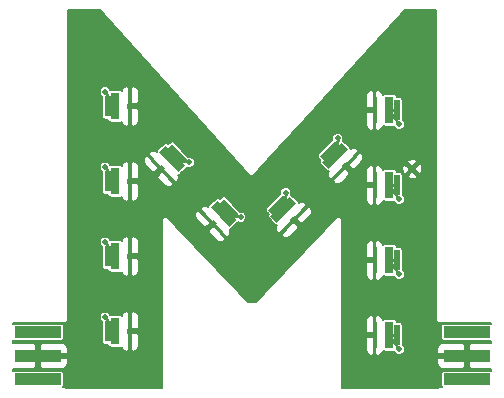
<source format=gtl>
G04 #@! TF.FileFunction,Copper,L1,Top,Signal*
%FSLAX46Y46*%
G04 Gerber Fmt 4.6, Leading zero omitted, Abs format (unit mm)*
G04 Created by KiCad (PCBNEW 4.0.0-rc2-stable) date 3/3/2016 3:46:00 PM*
%MOMM*%
G01*
G04 APERTURE LIST*
%ADD10C,0.150000*%
%ADD11C,0.500000*%
%ADD12R,0.500000X1.800000*%
%ADD13R,0.320000X2.300000*%
%ADD14R,0.800000X2.300000*%
%ADD15R,4.000000X1.000000*%
%ADD16C,0.600000*%
%ADD17C,0.254000*%
%ADD18C,0.152400*%
G04 APERTURE END LIST*
D10*
G36*
X68521966Y-35854334D02*
X69766660Y-34554050D01*
X70127850Y-34899798D01*
X68883156Y-36200082D01*
X68521966Y-35854334D01*
X68521966Y-35854334D01*
G37*
G36*
X69786629Y-37411007D02*
X71377070Y-35749532D01*
X71608231Y-35970811D01*
X70017790Y-37632286D01*
X69786629Y-37411007D01*
X69786629Y-37411007D01*
G37*
G36*
X68710282Y-36380678D02*
X70300724Y-34719203D01*
X70878628Y-35272400D01*
X69288186Y-36933875D01*
X68710282Y-36380678D01*
X68710282Y-36380678D01*
G37*
D11*
X70010227Y-34371911D03*
D10*
G36*
X72913206Y-31266983D02*
X74157900Y-29966699D01*
X74519090Y-30312447D01*
X73274396Y-31612731D01*
X72913206Y-31266983D01*
X72913206Y-31266983D01*
G37*
G36*
X74177869Y-32823656D02*
X75768310Y-31162181D01*
X75999471Y-31383460D01*
X74409030Y-33044935D01*
X74177869Y-32823656D01*
X74177869Y-32823656D01*
G37*
G36*
X73101522Y-31793327D02*
X74691964Y-30131852D01*
X75269868Y-30685049D01*
X73679426Y-32346524D01*
X73101522Y-31793327D01*
X73101522Y-31793327D01*
G37*
D11*
X74401467Y-29784560D03*
D12*
X79426390Y-27400429D03*
D13*
X77526390Y-27400429D03*
D14*
X78776390Y-27400429D03*
D11*
X79626390Y-28600429D03*
D12*
X79426390Y-33751694D03*
D13*
X77526390Y-33751694D03*
D14*
X78776390Y-33751694D03*
D11*
X79626390Y-34951694D03*
D12*
X79426390Y-40102962D03*
D13*
X77526390Y-40102962D03*
D14*
X78776390Y-40102962D03*
D11*
X79626390Y-41302962D03*
D12*
X79426390Y-46454224D03*
D13*
X77526390Y-46454224D03*
D14*
X78776390Y-46454224D03*
D11*
X79626390Y-47654224D03*
D12*
X54927785Y-46119957D03*
D13*
X56827785Y-46119957D03*
D14*
X55577785Y-46119957D03*
D11*
X54727785Y-44919957D03*
D12*
X54927785Y-39768703D03*
D13*
X56827785Y-39768703D03*
D14*
X55577785Y-39768703D03*
D11*
X54727785Y-38568703D03*
D12*
X54927785Y-33417458D03*
D13*
X56827785Y-33417458D03*
D14*
X55577785Y-33417458D03*
D11*
X54727785Y-32217458D03*
D12*
X54927785Y-27066206D03*
D13*
X56827785Y-27066206D03*
D14*
X55577785Y-27066206D03*
D11*
X54727785Y-25866206D03*
D10*
G36*
X60412667Y-30256711D02*
X61646816Y-31567008D01*
X61282845Y-31909827D01*
X60048696Y-30599530D01*
X60412667Y-30256711D01*
X60412667Y-30256711D01*
G37*
G36*
X58792653Y-31439146D02*
X60369621Y-33113414D01*
X60136679Y-33332818D01*
X58559711Y-31658550D01*
X58792653Y-31439146D01*
X58792653Y-31439146D01*
G37*
G36*
X59877287Y-30417545D02*
X61454255Y-32091812D01*
X60871901Y-32640323D01*
X59294933Y-30966056D01*
X59877287Y-30417545D01*
X59877287Y-30417545D01*
G37*
D11*
X61816111Y-31819673D03*
D10*
G36*
X64777493Y-34890851D02*
X66011642Y-36201148D01*
X65647671Y-36543967D01*
X64413522Y-35233670D01*
X64777493Y-34890851D01*
X64777493Y-34890851D01*
G37*
G36*
X63157479Y-36073286D02*
X64734447Y-37747554D01*
X64501505Y-37966958D01*
X62924537Y-36292690D01*
X63157479Y-36073286D01*
X63157479Y-36073286D01*
G37*
G36*
X64242113Y-35051685D02*
X65819081Y-36725952D01*
X65236727Y-37274463D01*
X63659759Y-35600196D01*
X64242113Y-35051685D01*
X64242113Y-35051685D01*
G37*
D11*
X66180937Y-36453813D03*
D15*
X49020844Y-46192207D03*
X49020844Y-48192207D03*
X49020844Y-50192207D03*
D16*
X50020844Y-46192207D03*
X50020844Y-48192207D03*
X50020844Y-50192207D03*
D15*
X85363190Y-50192207D03*
X85363190Y-48192207D03*
X85363190Y-46192207D03*
D16*
X84363190Y-50192207D03*
X84363190Y-48192207D03*
X84363190Y-46192207D03*
D11*
X80730253Y-32389042D03*
D17*
X69320000Y-35380000D02*
X69790000Y-35830000D01*
X69320000Y-35380000D02*
X69790000Y-35830000D01*
X69320000Y-35380000D02*
X69790000Y-35830000D01*
X69320000Y-35380000D02*
X69790000Y-35830000D01*
X69320000Y-35380000D02*
X69790000Y-35830000D01*
X69320000Y-35380000D02*
X69790000Y-35830000D01*
X69320000Y-35380000D02*
X69790000Y-35830000D01*
X69320000Y-35380000D02*
X69790000Y-35830000D01*
X69320000Y-35380000D02*
X69790000Y-35830000D01*
X69790000Y-35830000D02*
X70010000Y-34370000D01*
X69790000Y-35830000D02*
X70010000Y-34370000D01*
X69790000Y-35830000D02*
X70010000Y-34370000D01*
X69790000Y-35830000D02*
X70010000Y-34370000D01*
X69790000Y-35830000D02*
X70010000Y-34370000D01*
X69790000Y-35830000D02*
X70010000Y-34370000D01*
X69790000Y-35830000D02*
X70010000Y-34370000D01*
X69790000Y-35830000D02*
X70010000Y-34370000D01*
X69790000Y-35830000D02*
X70010000Y-34370000D01*
X73720000Y-30790000D02*
X74190000Y-31240000D01*
X73720000Y-30790000D02*
X74190000Y-31240000D01*
X73720000Y-30790000D02*
X74190000Y-31240000D01*
X73720000Y-30790000D02*
X74190000Y-31240000D01*
X73720000Y-30790000D02*
X74190000Y-31240000D01*
X73720000Y-30790000D02*
X74190000Y-31240000D01*
X73720000Y-30790000D02*
X74190000Y-31240000D01*
X73720000Y-30790000D02*
X74190000Y-31240000D01*
X73720000Y-30790000D02*
X74190000Y-31240000D01*
X74190000Y-31240000D02*
X74400000Y-29780000D01*
X74190000Y-31240000D02*
X74400000Y-29780000D01*
X74190000Y-31240000D02*
X74400000Y-29780000D01*
X74190000Y-31240000D02*
X74400000Y-29780000D01*
X74190000Y-31240000D02*
X74400000Y-29780000D01*
X74190000Y-31240000D02*
X74400000Y-29780000D01*
X74190000Y-31240000D02*
X74400000Y-29780000D01*
X74190000Y-31240000D02*
X74400000Y-29780000D01*
X74190000Y-31240000D02*
X74400000Y-29780000D01*
X79430000Y-27400000D02*
X78780000Y-27400000D01*
X79430000Y-27400000D02*
X78780000Y-27400000D01*
X79430000Y-27400000D02*
X78780000Y-27400000D01*
X79430000Y-27400000D02*
X78780000Y-27400000D01*
X79430000Y-27400000D02*
X78780000Y-27400000D01*
X79430000Y-27400000D02*
X78780000Y-27400000D01*
X79430000Y-27400000D02*
X78780000Y-27400000D01*
X79430000Y-27400000D02*
X78780000Y-27400000D01*
X79430000Y-27400000D02*
X78780000Y-27400000D01*
X78780000Y-27400000D02*
X79630000Y-28600000D01*
X78780000Y-27400000D02*
X79630000Y-28600000D01*
X78780000Y-27400000D02*
X79630000Y-28600000D01*
X78780000Y-27400000D02*
X79630000Y-28600000D01*
X78780000Y-27400000D02*
X79630000Y-28600000D01*
X78780000Y-27400000D02*
X79630000Y-28600000D01*
X78780000Y-27400000D02*
X79630000Y-28600000D01*
X78780000Y-27400000D02*
X79630000Y-28600000D01*
X78780000Y-27400000D02*
X79630000Y-28600000D01*
X79430000Y-33750000D02*
X78780000Y-33750000D01*
X79430000Y-33750000D02*
X78780000Y-33750000D01*
X79430000Y-33750000D02*
X78780000Y-33750000D01*
X79430000Y-33750000D02*
X78780000Y-33750000D01*
X79430000Y-33750000D02*
X78780000Y-33750000D01*
X79430000Y-33750000D02*
X78780000Y-33750000D01*
X79430000Y-33750000D02*
X78780000Y-33750000D01*
X79430000Y-33750000D02*
X78780000Y-33750000D01*
X79430000Y-33750000D02*
X78780000Y-33750000D01*
X78780000Y-33750000D02*
X79630000Y-34950000D01*
X78780000Y-33750000D02*
X79630000Y-34950000D01*
X78780000Y-33750000D02*
X79630000Y-34950000D01*
X78780000Y-33750000D02*
X79630000Y-34950000D01*
X78780000Y-33750000D02*
X79630000Y-34950000D01*
X78780000Y-33750000D02*
X79630000Y-34950000D01*
X78780000Y-33750000D02*
X79630000Y-34950000D01*
X78780000Y-33750000D02*
X79630000Y-34950000D01*
X78780000Y-33750000D02*
X79630000Y-34950000D01*
X79430000Y-40100000D02*
X78780000Y-40100000D01*
X79430000Y-40100000D02*
X78780000Y-40100000D01*
X79430000Y-40100000D02*
X78780000Y-40100000D01*
X79430000Y-40100000D02*
X78780000Y-40100000D01*
X79430000Y-40100000D02*
X78780000Y-40100000D01*
X79430000Y-40100000D02*
X78780000Y-40100000D01*
X79430000Y-40100000D02*
X78780000Y-40100000D01*
X79430000Y-40100000D02*
X78780000Y-40100000D01*
X79430000Y-40100000D02*
X78780000Y-40100000D01*
X78780000Y-40100000D02*
X79630000Y-41300000D01*
X78780000Y-40100000D02*
X79630000Y-41300000D01*
X78780000Y-40100000D02*
X79630000Y-41300000D01*
X78780000Y-40100000D02*
X79630000Y-41300000D01*
X78780000Y-40100000D02*
X79630000Y-41300000D01*
X78780000Y-40100000D02*
X79630000Y-41300000D01*
X78780000Y-40100000D02*
X79630000Y-41300000D01*
X78780000Y-40100000D02*
X79630000Y-41300000D01*
X78780000Y-40100000D02*
X79630000Y-41300000D01*
X79430000Y-46450000D02*
X78780000Y-46450000D01*
X79430000Y-46450000D02*
X78780000Y-46450000D01*
X79430000Y-46450000D02*
X78780000Y-46450000D01*
X79430000Y-46450000D02*
X78780000Y-46450000D01*
X79430000Y-46450000D02*
X78780000Y-46450000D01*
X79430000Y-46450000D02*
X78780000Y-46450000D01*
X79430000Y-46450000D02*
X78780000Y-46450000D01*
X79430000Y-46450000D02*
X78780000Y-46450000D01*
X79430000Y-46450000D02*
X78780000Y-46450000D01*
X78780000Y-46450000D02*
X79630000Y-47650000D01*
X78780000Y-46450000D02*
X79630000Y-47650000D01*
X78780000Y-46450000D02*
X79630000Y-47650000D01*
X78780000Y-46450000D02*
X79630000Y-47650000D01*
X78780000Y-46450000D02*
X79630000Y-47650000D01*
X78780000Y-46450000D02*
X79630000Y-47650000D01*
X78780000Y-46450000D02*
X79630000Y-47650000D01*
X78780000Y-46450000D02*
X79630000Y-47650000D01*
X78780000Y-46450000D02*
X79630000Y-47650000D01*
X54930000Y-46120000D02*
X55580000Y-46120000D01*
X54930000Y-46120000D02*
X55580000Y-46120000D01*
X54930000Y-46120000D02*
X55580000Y-46120000D01*
X54930000Y-46120000D02*
X55580000Y-46120000D01*
X54930000Y-46120000D02*
X55580000Y-46120000D01*
X54930000Y-46120000D02*
X55580000Y-46120000D01*
X54930000Y-46120000D02*
X55580000Y-46120000D01*
X54930000Y-46120000D02*
X55580000Y-46120000D01*
X54930000Y-46120000D02*
X55580000Y-46120000D01*
X55580000Y-46120000D02*
X54730000Y-44920000D01*
X55580000Y-46120000D02*
X54730000Y-44920000D01*
X55580000Y-46120000D02*
X54730000Y-44920000D01*
X55580000Y-46120000D02*
X54730000Y-44920000D01*
X55580000Y-46120000D02*
X54730000Y-44920000D01*
X55580000Y-46120000D02*
X54730000Y-44920000D01*
X55580000Y-46120000D02*
X54730000Y-44920000D01*
X55580000Y-46120000D02*
X54730000Y-44920000D01*
X55580000Y-46120000D02*
X54730000Y-44920000D01*
X54930000Y-39770000D02*
X55580000Y-39770000D01*
X54930000Y-39770000D02*
X55580000Y-39770000D01*
X54930000Y-39770000D02*
X55580000Y-39770000D01*
X54930000Y-39770000D02*
X55580000Y-39770000D01*
X54930000Y-39770000D02*
X55580000Y-39770000D01*
X54930000Y-39770000D02*
X55580000Y-39770000D01*
X54930000Y-39770000D02*
X55580000Y-39770000D01*
X54930000Y-39770000D02*
X55580000Y-39770000D01*
X54930000Y-39770000D02*
X55580000Y-39770000D01*
X55580000Y-39770000D02*
X54730000Y-38570000D01*
X55580000Y-39770000D02*
X54730000Y-38570000D01*
X55580000Y-39770000D02*
X54730000Y-38570000D01*
X55580000Y-39770000D02*
X54730000Y-38570000D01*
X55580000Y-39770000D02*
X54730000Y-38570000D01*
X55580000Y-39770000D02*
X54730000Y-38570000D01*
X55580000Y-39770000D02*
X54730000Y-38570000D01*
X55580000Y-39770000D02*
X54730000Y-38570000D01*
X55580000Y-39770000D02*
X54730000Y-38570000D01*
X54930000Y-33420000D02*
X55580000Y-33420000D01*
X54930000Y-33420000D02*
X55580000Y-33420000D01*
X54930000Y-33420000D02*
X55580000Y-33420000D01*
X54930000Y-33420000D02*
X55580000Y-33420000D01*
X54930000Y-33420000D02*
X55580000Y-33420000D01*
X54930000Y-33420000D02*
X55580000Y-33420000D01*
X54930000Y-33420000D02*
X55580000Y-33420000D01*
X54930000Y-33420000D02*
X55580000Y-33420000D01*
X54930000Y-33420000D02*
X55580000Y-33420000D01*
X55580000Y-33420000D02*
X54730000Y-32220000D01*
X55580000Y-33420000D02*
X54730000Y-32220000D01*
X55580000Y-33420000D02*
X54730000Y-32220000D01*
X55580000Y-33420000D02*
X54730000Y-32220000D01*
X55580000Y-33420000D02*
X54730000Y-32220000D01*
X55580000Y-33420000D02*
X54730000Y-32220000D01*
X55580000Y-33420000D02*
X54730000Y-32220000D01*
X55580000Y-33420000D02*
X54730000Y-32220000D01*
X55580000Y-33420000D02*
X54730000Y-32220000D01*
X54930000Y-27070000D02*
X55580000Y-27070000D01*
X54930000Y-27070000D02*
X55580000Y-27070000D01*
X54930000Y-27070000D02*
X55580000Y-27070000D01*
X54930000Y-27070000D02*
X55580000Y-27070000D01*
X54930000Y-27070000D02*
X55580000Y-27070000D01*
X54930000Y-27070000D02*
X55580000Y-27070000D01*
X54930000Y-27070000D02*
X55580000Y-27070000D01*
X54930000Y-27070000D02*
X55580000Y-27070000D01*
X54930000Y-27070000D02*
X55580000Y-27070000D01*
X55580000Y-27070000D02*
X54730000Y-25870000D01*
X55580000Y-27070000D02*
X54730000Y-25870000D01*
X55580000Y-27070000D02*
X54730000Y-25870000D01*
X55580000Y-27070000D02*
X54730000Y-25870000D01*
X55580000Y-27070000D02*
X54730000Y-25870000D01*
X55580000Y-27070000D02*
X54730000Y-25870000D01*
X55580000Y-27070000D02*
X54730000Y-25870000D01*
X55580000Y-27070000D02*
X54730000Y-25870000D01*
X55580000Y-27070000D02*
X54730000Y-25870000D01*
X60850000Y-31080000D02*
X60370000Y-31530000D01*
X60850000Y-31080000D02*
X60370000Y-31530000D01*
X60850000Y-31080000D02*
X60370000Y-31530000D01*
X60850000Y-31080000D02*
X60370000Y-31530000D01*
X60850000Y-31080000D02*
X60370000Y-31530000D01*
X60850000Y-31080000D02*
X60370000Y-31530000D01*
X60850000Y-31080000D02*
X60370000Y-31530000D01*
X60850000Y-31080000D02*
X60370000Y-31530000D01*
X60850000Y-31080000D02*
X60370000Y-31530000D01*
X60370000Y-31530000D02*
X61820000Y-31820000D01*
X60370000Y-31530000D02*
X61820000Y-31820000D01*
X60370000Y-31530000D02*
X61820000Y-31820000D01*
X60370000Y-31530000D02*
X61820000Y-31820000D01*
X60370000Y-31530000D02*
X61820000Y-31820000D01*
X60370000Y-31530000D02*
X61820000Y-31820000D01*
X60370000Y-31530000D02*
X61820000Y-31820000D01*
X60370000Y-31530000D02*
X61820000Y-31820000D01*
X60370000Y-31530000D02*
X61820000Y-31820000D01*
X65210000Y-35720000D02*
X64740000Y-36160000D01*
X65210000Y-35720000D02*
X64740000Y-36160000D01*
X65210000Y-35720000D02*
X64740000Y-36160000D01*
X65210000Y-35720000D02*
X64740000Y-36160000D01*
X65210000Y-35720000D02*
X64740000Y-36160000D01*
X65210000Y-35720000D02*
X64740000Y-36160000D01*
X65210000Y-35720000D02*
X64740000Y-36160000D01*
X65210000Y-35720000D02*
X64740000Y-36160000D01*
X65210000Y-35720000D02*
X64740000Y-36160000D01*
X64740000Y-36160000D02*
X66180000Y-36450000D01*
X64740000Y-36160000D02*
X66180000Y-36450000D01*
X64740000Y-36160000D02*
X66180000Y-36450000D01*
X64740000Y-36160000D02*
X66180000Y-36450000D01*
X64740000Y-36160000D02*
X66180000Y-36450000D01*
X64740000Y-36160000D02*
X66180000Y-36450000D01*
X64740000Y-36160000D02*
X66180000Y-36450000D01*
X64740000Y-36160000D02*
X66180000Y-36450000D01*
X64740000Y-36160000D02*
X66180000Y-36450000D01*
D18*
G36*
X66883123Y-32896601D02*
X66893785Y-32904548D01*
X66901638Y-32915274D01*
X66937051Y-32936797D01*
X66970280Y-32961565D01*
X66983169Y-32964826D01*
X66994531Y-32971732D01*
X67035485Y-32978065D01*
X67075662Y-32988231D01*
X67088820Y-32986312D01*
X67101958Y-32988343D01*
X67142217Y-32978522D01*
X67183228Y-32972539D01*
X67194648Y-32965731D01*
X67207565Y-32962580D01*
X67241001Y-32938099D01*
X67276601Y-32916877D01*
X67284548Y-32906215D01*
X67295274Y-32898362D01*
X68790533Y-31268853D01*
X72680136Y-31268853D01*
X72699226Y-31359384D01*
X72752033Y-31435354D01*
X72944853Y-31619930D01*
X72933151Y-31632154D01*
X72886086Y-31704373D01*
X72868452Y-31795197D01*
X72887542Y-31885727D01*
X72940349Y-31961698D01*
X73518253Y-32514895D01*
X73590472Y-32561960D01*
X73648440Y-32573215D01*
X73591271Y-32720236D01*
X73596345Y-32952590D01*
X73689952Y-33165315D01*
X73726183Y-33199997D01*
X73932680Y-33195486D01*
X74907932Y-32176677D01*
X74850141Y-32121357D01*
X74937172Y-32030439D01*
X75269408Y-32030439D01*
X75643710Y-32388737D01*
X75850206Y-32384227D01*
X76341131Y-31871376D01*
X76390723Y-31819569D01*
X80315510Y-31819569D01*
X80726286Y-32212310D01*
X81119027Y-31801534D01*
X81106613Y-31626298D01*
X80786075Y-31540332D01*
X80457038Y-31583574D01*
X80320049Y-31643953D01*
X80315510Y-31819569D01*
X76390723Y-31819569D01*
X76501841Y-31703489D01*
X76586069Y-31486880D01*
X76580995Y-31254526D01*
X76487388Y-31041801D01*
X76451157Y-31007119D01*
X76244660Y-31011630D01*
X75269408Y-32030439D01*
X74937172Y-32030439D01*
X75096038Y-31864479D01*
X75153828Y-31919799D01*
X76129079Y-30900990D01*
X76124569Y-30694494D01*
X76088338Y-30659812D01*
X75871729Y-30575583D01*
X75639374Y-30580659D01*
X75494740Y-30644304D01*
X75483848Y-30592649D01*
X75431041Y-30516678D01*
X74853137Y-29963481D01*
X74847042Y-29959509D01*
X74879983Y-29880177D01*
X74880150Y-29689778D01*
X74807441Y-29513809D01*
X74672926Y-29379060D01*
X74497084Y-29306044D01*
X74306685Y-29305877D01*
X74130716Y-29378586D01*
X73995967Y-29513101D01*
X73922951Y-29688943D01*
X73922788Y-29875248D01*
X72744835Y-31105810D01*
X72697770Y-31178029D01*
X72680136Y-31268853D01*
X68790533Y-31268853D01*
X72043082Y-27724279D01*
X76782190Y-27724279D01*
X76782190Y-28666633D01*
X76871129Y-28881351D01*
X77035467Y-29045690D01*
X77250185Y-29134629D01*
X77300340Y-29134629D01*
X77446390Y-28988579D01*
X77446390Y-27578229D01*
X76928240Y-27578229D01*
X76782190Y-27724279D01*
X72043082Y-27724279D01*
X73502137Y-26134225D01*
X76782190Y-26134225D01*
X76782190Y-27076579D01*
X76928240Y-27222629D01*
X77446390Y-27222629D01*
X77446390Y-25812279D01*
X77606390Y-25812279D01*
X77606390Y-27222629D01*
X77686390Y-27222629D01*
X77686390Y-27578229D01*
X77606390Y-27578229D01*
X77606390Y-28988579D01*
X77752440Y-29134629D01*
X77802595Y-29134629D01*
X78017313Y-29045690D01*
X78181651Y-28881351D01*
X78242122Y-28735361D01*
X78285710Y-28765144D01*
X78376390Y-28783507D01*
X79176390Y-28783507D01*
X79183628Y-28782145D01*
X79220416Y-28871180D01*
X79354931Y-29005929D01*
X79530773Y-29078945D01*
X79721172Y-29079112D01*
X79897141Y-29006403D01*
X80031890Y-28871888D01*
X80104906Y-28696046D01*
X80105073Y-28505647D01*
X80032364Y-28329678D01*
X79909468Y-28206568D01*
X79909468Y-26500429D01*
X79893528Y-26415715D01*
X79843462Y-26337911D01*
X79767070Y-26285714D01*
X79676390Y-26267351D01*
X79409468Y-26267351D01*
X79409468Y-26250429D01*
X79393528Y-26165715D01*
X79343462Y-26087911D01*
X79267070Y-26035714D01*
X79176390Y-26017351D01*
X78376390Y-26017351D01*
X78291676Y-26033291D01*
X78242018Y-26065246D01*
X78181651Y-25919507D01*
X78017313Y-25755168D01*
X77802595Y-25666229D01*
X77752440Y-25666229D01*
X77606390Y-25812279D01*
X77446390Y-25812279D01*
X77300340Y-25666229D01*
X77250185Y-25666229D01*
X77035467Y-25755168D01*
X76871129Y-25919507D01*
X76782190Y-26134225D01*
X73502137Y-26134225D01*
X80132471Y-18908600D01*
X82701400Y-18908600D01*
X82701400Y-45150000D01*
X82722607Y-45256616D01*
X82783000Y-45347000D01*
X82873384Y-45407393D01*
X82980000Y-45428600D01*
X87401400Y-45428600D01*
X87401400Y-45466867D01*
X87363190Y-45459129D01*
X83363190Y-45459129D01*
X83278476Y-45475069D01*
X83200672Y-45525135D01*
X83148475Y-45601527D01*
X83130112Y-45692207D01*
X83130112Y-46692207D01*
X83146052Y-46776921D01*
X83196118Y-46854725D01*
X83272510Y-46906922D01*
X83363190Y-46925285D01*
X87363190Y-46925285D01*
X87401400Y-46918095D01*
X87401400Y-47108007D01*
X85687040Y-47108007D01*
X85540990Y-47254057D01*
X85540990Y-48014407D01*
X85560990Y-48014407D01*
X85560990Y-48370007D01*
X85540990Y-48370007D01*
X85540990Y-49130357D01*
X85687040Y-49276407D01*
X87401400Y-49276407D01*
X87401400Y-49466867D01*
X87363190Y-49459129D01*
X83363190Y-49459129D01*
X83278476Y-49475069D01*
X83200672Y-49525135D01*
X83148475Y-49601527D01*
X83130112Y-49692207D01*
X83130112Y-50692207D01*
X83146052Y-50776921D01*
X83196118Y-50854725D01*
X83220522Y-50871400D01*
X82980000Y-50871400D01*
X82929726Y-50881400D01*
X74778600Y-50881400D01*
X74778600Y-46778074D01*
X76782190Y-46778074D01*
X76782190Y-47720428D01*
X76871129Y-47935146D01*
X77035467Y-48099485D01*
X77250185Y-48188424D01*
X77300340Y-48188424D01*
X77446390Y-48042374D01*
X77446390Y-46632024D01*
X76928240Y-46632024D01*
X76782190Y-46778074D01*
X74778600Y-46778074D01*
X74778600Y-45188020D01*
X76782190Y-45188020D01*
X76782190Y-46130374D01*
X76928240Y-46276424D01*
X77446390Y-46276424D01*
X77446390Y-44866074D01*
X77606390Y-44866074D01*
X77606390Y-46276424D01*
X77686390Y-46276424D01*
X77686390Y-46632024D01*
X77606390Y-46632024D01*
X77606390Y-48042374D01*
X77752440Y-48188424D01*
X77802595Y-48188424D01*
X78017313Y-48099485D01*
X78181651Y-47935146D01*
X78242122Y-47789156D01*
X78285710Y-47818939D01*
X78376390Y-47837302D01*
X79176390Y-47837302D01*
X79183628Y-47835940D01*
X79220416Y-47924975D01*
X79354931Y-48059724D01*
X79530773Y-48132740D01*
X79721172Y-48132907D01*
X79897141Y-48060198D01*
X80031890Y-47925683D01*
X80104906Y-47749841D01*
X80105058Y-47576002D01*
X82778990Y-47576002D01*
X82778990Y-47868357D01*
X82925040Y-48014407D01*
X83495270Y-48014407D01*
X83463778Y-48130540D01*
X83494572Y-48370007D01*
X82925040Y-48370007D01*
X82778990Y-48516057D01*
X82778990Y-48808412D01*
X82867929Y-49023130D01*
X83032268Y-49187468D01*
X83246986Y-49276407D01*
X85039340Y-49276407D01*
X85185390Y-49130357D01*
X85185390Y-48538605D01*
X85262602Y-48253874D01*
X85217737Y-47904990D01*
X85185390Y-47826897D01*
X85185390Y-47254057D01*
X85039340Y-47108007D01*
X83246986Y-47108007D01*
X83032268Y-47196946D01*
X82867929Y-47361284D01*
X82778990Y-47576002D01*
X80105058Y-47576002D01*
X80105073Y-47559442D01*
X80032364Y-47383473D01*
X79909468Y-47260363D01*
X79909468Y-45554224D01*
X79893528Y-45469510D01*
X79843462Y-45391706D01*
X79767070Y-45339509D01*
X79676390Y-45321146D01*
X79409468Y-45321146D01*
X79409468Y-45304224D01*
X79393528Y-45219510D01*
X79343462Y-45141706D01*
X79267070Y-45089509D01*
X79176390Y-45071146D01*
X78376390Y-45071146D01*
X78291676Y-45087086D01*
X78242018Y-45119041D01*
X78181651Y-44973302D01*
X78017313Y-44808963D01*
X77802595Y-44720024D01*
X77752440Y-44720024D01*
X77606390Y-44866074D01*
X77446390Y-44866074D01*
X77300340Y-44720024D01*
X77250185Y-44720024D01*
X77035467Y-44808963D01*
X76871129Y-44973302D01*
X76782190Y-45188020D01*
X74778600Y-45188020D01*
X74778600Y-40426812D01*
X76782190Y-40426812D01*
X76782190Y-41369166D01*
X76871129Y-41583884D01*
X77035467Y-41748223D01*
X77250185Y-41837162D01*
X77300340Y-41837162D01*
X77446390Y-41691112D01*
X77446390Y-40280762D01*
X76928240Y-40280762D01*
X76782190Y-40426812D01*
X74778600Y-40426812D01*
X74778600Y-38836758D01*
X76782190Y-38836758D01*
X76782190Y-39779112D01*
X76928240Y-39925162D01*
X77446390Y-39925162D01*
X77446390Y-38514812D01*
X77606390Y-38514812D01*
X77606390Y-39925162D01*
X77686390Y-39925162D01*
X77686390Y-40280762D01*
X77606390Y-40280762D01*
X77606390Y-41691112D01*
X77752440Y-41837162D01*
X77802595Y-41837162D01*
X78017313Y-41748223D01*
X78181651Y-41583884D01*
X78242122Y-41437894D01*
X78285710Y-41467677D01*
X78376390Y-41486040D01*
X79176390Y-41486040D01*
X79183628Y-41484678D01*
X79220416Y-41573713D01*
X79354931Y-41708462D01*
X79530773Y-41781478D01*
X79721172Y-41781645D01*
X79897141Y-41708936D01*
X80031890Y-41574421D01*
X80104906Y-41398579D01*
X80105073Y-41208180D01*
X80032364Y-41032211D01*
X79909468Y-40909101D01*
X79909468Y-39202962D01*
X79893528Y-39118248D01*
X79843462Y-39040444D01*
X79767070Y-38988247D01*
X79676390Y-38969884D01*
X79409468Y-38969884D01*
X79409468Y-38952962D01*
X79393528Y-38868248D01*
X79343462Y-38790444D01*
X79267070Y-38738247D01*
X79176390Y-38719884D01*
X78376390Y-38719884D01*
X78291676Y-38735824D01*
X78242018Y-38767779D01*
X78181651Y-38622040D01*
X78017313Y-38457701D01*
X77802595Y-38368762D01*
X77752440Y-38368762D01*
X77606390Y-38514812D01*
X77446390Y-38514812D01*
X77300340Y-38368762D01*
X77250185Y-38368762D01*
X77035467Y-38457701D01*
X76871129Y-38622040D01*
X76782190Y-38836758D01*
X74778600Y-38836758D01*
X74778600Y-36700000D01*
X74777975Y-36696856D01*
X74778529Y-36693697D01*
X74767392Y-36643655D01*
X74757393Y-36593384D01*
X74755612Y-36590718D01*
X74754915Y-36587588D01*
X74725482Y-36545626D01*
X74697000Y-36503000D01*
X74694333Y-36501218D01*
X74692492Y-36498593D01*
X74649229Y-36471080D01*
X74606616Y-36442607D01*
X74603472Y-36441982D01*
X74600765Y-36440260D01*
X74550253Y-36431396D01*
X74500000Y-36421400D01*
X74496856Y-36422025D01*
X74493697Y-36421471D01*
X74443655Y-36432608D01*
X74393384Y-36442607D01*
X74390718Y-36444388D01*
X74387588Y-36445085D01*
X74345626Y-36474518D01*
X74303000Y-36503000D01*
X74301218Y-36505667D01*
X74298593Y-36507508D01*
X67470890Y-43651400D01*
X66789708Y-43651400D01*
X61205610Y-37766118D01*
X63509801Y-37766118D01*
X63996567Y-38282917D01*
X64155915Y-38452098D01*
X64367877Y-38547420D01*
X64600182Y-38554373D01*
X64817465Y-38471896D01*
X64853975Y-38437508D01*
X64860153Y-38231055D01*
X63893163Y-37204401D01*
X63515980Y-37559665D01*
X63509801Y-37766118D01*
X61205610Y-37766118D01*
X60012103Y-36508239D01*
X60009066Y-36506093D01*
X60007000Y-36503000D01*
X59964786Y-36474794D01*
X59923335Y-36445494D01*
X59919708Y-36444673D01*
X59916616Y-36442607D01*
X59866827Y-36432704D01*
X59817313Y-36421496D01*
X59813648Y-36422126D01*
X59810000Y-36421400D01*
X59760210Y-36431304D01*
X59710178Y-36439897D01*
X59707033Y-36441881D01*
X59703384Y-36442607D01*
X59661165Y-36470817D01*
X59618239Y-36497897D01*
X59616093Y-36500934D01*
X59613000Y-36503000D01*
X59584794Y-36545214D01*
X59555494Y-36586665D01*
X59554673Y-36590292D01*
X59552607Y-36593384D01*
X59542704Y-36643173D01*
X59531496Y-36692687D01*
X59532126Y-36696352D01*
X59531400Y-36700000D01*
X59531400Y-50881400D01*
X51380274Y-50881400D01*
X51330000Y-50871400D01*
X51164526Y-50871400D01*
X51183362Y-50859279D01*
X51235559Y-50782887D01*
X51253922Y-50692207D01*
X51253922Y-49692207D01*
X51237982Y-49607493D01*
X51187916Y-49529689D01*
X51111524Y-49477492D01*
X51020844Y-49459129D01*
X47020844Y-49459129D01*
X46936130Y-49475069D01*
X46908600Y-49492784D01*
X46908600Y-49276407D01*
X48696994Y-49276407D01*
X48843044Y-49130357D01*
X48843044Y-48370007D01*
X48823044Y-48370007D01*
X48823044Y-48130540D01*
X49121432Y-48130540D01*
X49166297Y-48479424D01*
X49198644Y-48557517D01*
X49198644Y-49130357D01*
X49344694Y-49276407D01*
X51137048Y-49276407D01*
X51351766Y-49187468D01*
X51516105Y-49023130D01*
X51605044Y-48808412D01*
X51605044Y-48516057D01*
X51458994Y-48370007D01*
X50888764Y-48370007D01*
X50920256Y-48253874D01*
X50889462Y-48014407D01*
X51458994Y-48014407D01*
X51605044Y-47868357D01*
X51605044Y-47576002D01*
X51516105Y-47361284D01*
X51351766Y-47196946D01*
X51137048Y-47108007D01*
X49344694Y-47108007D01*
X49198644Y-47254057D01*
X49198644Y-47845809D01*
X49121432Y-48130540D01*
X48823044Y-48130540D01*
X48823044Y-48014407D01*
X48843044Y-48014407D01*
X48843044Y-47254057D01*
X48696994Y-47108007D01*
X46908600Y-47108007D01*
X46908600Y-46892188D01*
X46930164Y-46906922D01*
X47020844Y-46925285D01*
X51020844Y-46925285D01*
X51105558Y-46909345D01*
X51183362Y-46859279D01*
X51235559Y-46782887D01*
X51253922Y-46692207D01*
X51253922Y-45692207D01*
X51237982Y-45607493D01*
X51187916Y-45529689D01*
X51111524Y-45477492D01*
X51020844Y-45459129D01*
X47020844Y-45459129D01*
X46936130Y-45475069D01*
X46908600Y-45492784D01*
X46908600Y-45428600D01*
X51330000Y-45428600D01*
X51436616Y-45407393D01*
X51527000Y-45347000D01*
X51587393Y-45256616D01*
X51608600Y-45150000D01*
X51608600Y-45014739D01*
X54249102Y-45014739D01*
X54321811Y-45190708D01*
X54444707Y-45313818D01*
X54444707Y-47019957D01*
X54460647Y-47104671D01*
X54510713Y-47182475D01*
X54587105Y-47234672D01*
X54677785Y-47253035D01*
X54944707Y-47253035D01*
X54944707Y-47269957D01*
X54960647Y-47354671D01*
X55010713Y-47432475D01*
X55087105Y-47484672D01*
X55177785Y-47503035D01*
X55977785Y-47503035D01*
X56062499Y-47487095D01*
X56112157Y-47455140D01*
X56172524Y-47600879D01*
X56336862Y-47765218D01*
X56551580Y-47854157D01*
X56601735Y-47854157D01*
X56747785Y-47708107D01*
X56747785Y-46297757D01*
X56907785Y-46297757D01*
X56907785Y-47708107D01*
X57053835Y-47854157D01*
X57103990Y-47854157D01*
X57318708Y-47765218D01*
X57483046Y-47600879D01*
X57571985Y-47386161D01*
X57571985Y-46443807D01*
X57425935Y-46297757D01*
X56907785Y-46297757D01*
X56747785Y-46297757D01*
X56667785Y-46297757D01*
X56667785Y-45942157D01*
X56747785Y-45942157D01*
X56747785Y-44531807D01*
X56907785Y-44531807D01*
X56907785Y-45942157D01*
X57425935Y-45942157D01*
X57571985Y-45796107D01*
X57571985Y-44853753D01*
X57483046Y-44639035D01*
X57318708Y-44474696D01*
X57103990Y-44385757D01*
X57053835Y-44385757D01*
X56907785Y-44531807D01*
X56747785Y-44531807D01*
X56601735Y-44385757D01*
X56551580Y-44385757D01*
X56336862Y-44474696D01*
X56172524Y-44639035D01*
X56112053Y-44785025D01*
X56068465Y-44755242D01*
X55977785Y-44736879D01*
X55177785Y-44736879D01*
X55170547Y-44738241D01*
X55133759Y-44649206D01*
X54999244Y-44514457D01*
X54823402Y-44441441D01*
X54633003Y-44441274D01*
X54457034Y-44513983D01*
X54322285Y-44648498D01*
X54249269Y-44824340D01*
X54249102Y-45014739D01*
X51608600Y-45014739D01*
X51608600Y-38663485D01*
X54249102Y-38663485D01*
X54321811Y-38839454D01*
X54444707Y-38962564D01*
X54444707Y-40668703D01*
X54460647Y-40753417D01*
X54510713Y-40831221D01*
X54587105Y-40883418D01*
X54677785Y-40901781D01*
X54944707Y-40901781D01*
X54944707Y-40918703D01*
X54960647Y-41003417D01*
X55010713Y-41081221D01*
X55087105Y-41133418D01*
X55177785Y-41151781D01*
X55977785Y-41151781D01*
X56062499Y-41135841D01*
X56112157Y-41103886D01*
X56172524Y-41249625D01*
X56336862Y-41413964D01*
X56551580Y-41502903D01*
X56601735Y-41502903D01*
X56747785Y-41356853D01*
X56747785Y-39946503D01*
X56907785Y-39946503D01*
X56907785Y-41356853D01*
X57053835Y-41502903D01*
X57103990Y-41502903D01*
X57318708Y-41413964D01*
X57483046Y-41249625D01*
X57571985Y-41034907D01*
X57571985Y-40092553D01*
X57425935Y-39946503D01*
X56907785Y-39946503D01*
X56747785Y-39946503D01*
X56667785Y-39946503D01*
X56667785Y-39590903D01*
X56747785Y-39590903D01*
X56747785Y-38180553D01*
X56907785Y-38180553D01*
X56907785Y-39590903D01*
X57425935Y-39590903D01*
X57571985Y-39444853D01*
X57571985Y-38502499D01*
X57483046Y-38287781D01*
X57318708Y-38123442D01*
X57103990Y-38034503D01*
X57053835Y-38034503D01*
X56907785Y-38180553D01*
X56747785Y-38180553D01*
X56601735Y-38034503D01*
X56551580Y-38034503D01*
X56336862Y-38123442D01*
X56172524Y-38287781D01*
X56112053Y-38433771D01*
X56068465Y-38403988D01*
X55977785Y-38385625D01*
X55177785Y-38385625D01*
X55170547Y-38386987D01*
X55133759Y-38297952D01*
X54999244Y-38163203D01*
X54823402Y-38090187D01*
X54633003Y-38090020D01*
X54457034Y-38162729D01*
X54322285Y-38297244D01*
X54249269Y-38473086D01*
X54249102Y-38663485D01*
X51608600Y-38663485D01*
X51608600Y-36391368D01*
X62337123Y-36391368D01*
X62419599Y-36608651D01*
X62578948Y-36777831D01*
X63065713Y-37294630D01*
X63272167Y-37300808D01*
X63649350Y-36945545D01*
X62682360Y-35918891D01*
X62475907Y-35912713D01*
X62439397Y-35947101D01*
X62344074Y-36159062D01*
X62337123Y-36391368D01*
X51608600Y-36391368D01*
X51608600Y-35809189D01*
X62798831Y-35809189D01*
X63765821Y-36835843D01*
X63824057Y-36780992D01*
X64067870Y-37039848D01*
X64009634Y-37094699D01*
X64976624Y-38121353D01*
X65183077Y-38127531D01*
X65219587Y-38093143D01*
X65309380Y-37893477D01*
X69657021Y-37893477D01*
X69661531Y-38099973D01*
X69697762Y-38134655D01*
X69914371Y-38218884D01*
X70146726Y-38213808D01*
X70359450Y-38120201D01*
X70520160Y-37952313D01*
X71011084Y-37439463D01*
X71006574Y-37232967D01*
X70632272Y-36874668D01*
X69657021Y-37893477D01*
X65309380Y-37893477D01*
X65314910Y-37881182D01*
X65321861Y-37648876D01*
X65265785Y-37501143D01*
X65317934Y-37492937D01*
X65396534Y-37444130D01*
X65978888Y-36895619D01*
X65983072Y-36889872D01*
X66085320Y-36932329D01*
X66275719Y-36932496D01*
X66451688Y-36859787D01*
X66586437Y-36725272D01*
X66659453Y-36549430D01*
X66659620Y-36359031D01*
X66586911Y-36183062D01*
X66452396Y-36048313D01*
X66276554Y-35975297D01*
X66118973Y-35975159D01*
X66006932Y-35856204D01*
X68288896Y-35856204D01*
X68307986Y-35946735D01*
X68360793Y-36022705D01*
X68553613Y-36207281D01*
X68541911Y-36219505D01*
X68494846Y-36291724D01*
X68477212Y-36382548D01*
X68496302Y-36473078D01*
X68549109Y-36549049D01*
X69127013Y-37102246D01*
X69199232Y-37149311D01*
X69257200Y-37160566D01*
X69200031Y-37307587D01*
X69205105Y-37539941D01*
X69298712Y-37752666D01*
X69334943Y-37787348D01*
X69541440Y-37782837D01*
X70516692Y-36764028D01*
X70458901Y-36708708D01*
X70545932Y-36617790D01*
X70878168Y-36617790D01*
X71252470Y-36976088D01*
X71458966Y-36971578D01*
X71949891Y-36458727D01*
X72110601Y-36290840D01*
X72194829Y-36074231D01*
X72189755Y-35841877D01*
X72096148Y-35629152D01*
X72059917Y-35594470D01*
X71853420Y-35598981D01*
X70878168Y-36617790D01*
X70545932Y-36617790D01*
X70704798Y-36451830D01*
X70762588Y-36507150D01*
X71737839Y-35488341D01*
X71733329Y-35281845D01*
X71697098Y-35247163D01*
X71480489Y-35162934D01*
X71248134Y-35168010D01*
X71103500Y-35231655D01*
X71092608Y-35180000D01*
X71039801Y-35104029D01*
X70461897Y-34550832D01*
X70455802Y-34546860D01*
X70488743Y-34467528D01*
X70488910Y-34277129D01*
X70416201Y-34101160D01*
X70390630Y-34075544D01*
X76782190Y-34075544D01*
X76782190Y-35017898D01*
X76871129Y-35232616D01*
X77035467Y-35396955D01*
X77250185Y-35485894D01*
X77300340Y-35485894D01*
X77446390Y-35339844D01*
X77446390Y-33929494D01*
X76928240Y-33929494D01*
X76782190Y-34075544D01*
X70390630Y-34075544D01*
X70281686Y-33966411D01*
X70105844Y-33893395D01*
X69915445Y-33893228D01*
X69739476Y-33965937D01*
X69604727Y-34100452D01*
X69531711Y-34276294D01*
X69531548Y-34462599D01*
X68353595Y-35693161D01*
X68306530Y-35765380D01*
X68288896Y-35856204D01*
X66006932Y-35856204D01*
X64947160Y-34731044D01*
X64877474Y-34680306D01*
X64787683Y-34657996D01*
X64696286Y-34672377D01*
X64617686Y-34721184D01*
X64423382Y-34904196D01*
X64411780Y-34891878D01*
X64342094Y-34841140D01*
X64252303Y-34818830D01*
X64160906Y-34833211D01*
X64082306Y-34882018D01*
X63499952Y-35430529D01*
X63449214Y-35500215D01*
X63434975Y-35557523D01*
X63291107Y-35492824D01*
X63058802Y-35485871D01*
X62841519Y-35568348D01*
X62805009Y-35602736D01*
X62798831Y-35809189D01*
X51608600Y-35809189D01*
X51608600Y-32312240D01*
X54249102Y-32312240D01*
X54321811Y-32488209D01*
X54444707Y-32611319D01*
X54444707Y-34317458D01*
X54460647Y-34402172D01*
X54510713Y-34479976D01*
X54587105Y-34532173D01*
X54677785Y-34550536D01*
X54944707Y-34550536D01*
X54944707Y-34567458D01*
X54960647Y-34652172D01*
X55010713Y-34729976D01*
X55087105Y-34782173D01*
X55177785Y-34800536D01*
X55977785Y-34800536D01*
X56062499Y-34784596D01*
X56112157Y-34752641D01*
X56172524Y-34898380D01*
X56336862Y-35062719D01*
X56551580Y-35151658D01*
X56601735Y-35151658D01*
X56747785Y-35005608D01*
X56747785Y-33595258D01*
X56907785Y-33595258D01*
X56907785Y-35005608D01*
X57053835Y-35151658D01*
X57103990Y-35151658D01*
X57318708Y-35062719D01*
X57483046Y-34898380D01*
X57571985Y-34683662D01*
X57571985Y-33741308D01*
X57425935Y-33595258D01*
X56907785Y-33595258D01*
X56747785Y-33595258D01*
X56667785Y-33595258D01*
X56667785Y-33239658D01*
X56747785Y-33239658D01*
X56747785Y-31829308D01*
X56907785Y-31829308D01*
X56907785Y-33239658D01*
X57425935Y-33239658D01*
X57533615Y-33131978D01*
X59144975Y-33131978D01*
X59631741Y-33648777D01*
X59791089Y-33817958D01*
X60003051Y-33913280D01*
X60235356Y-33920233D01*
X60452639Y-33837756D01*
X60489149Y-33803368D01*
X60495327Y-33596915D01*
X59528337Y-32570261D01*
X59151154Y-32925525D01*
X59144975Y-33131978D01*
X57533615Y-33131978D01*
X57571985Y-33093608D01*
X57571985Y-32151254D01*
X57483046Y-31936536D01*
X57318708Y-31772197D01*
X57282570Y-31757228D01*
X57972297Y-31757228D01*
X58054773Y-31974511D01*
X58214122Y-32143691D01*
X58700887Y-32660490D01*
X58907341Y-32666668D01*
X59284524Y-32311405D01*
X58317534Y-31284751D01*
X58111081Y-31278573D01*
X58074571Y-31312961D01*
X57979248Y-31524922D01*
X57972297Y-31757228D01*
X57282570Y-31757228D01*
X57103990Y-31683258D01*
X57053835Y-31683258D01*
X56907785Y-31829308D01*
X56747785Y-31829308D01*
X56601735Y-31683258D01*
X56551580Y-31683258D01*
X56336862Y-31772197D01*
X56172524Y-31936536D01*
X56112053Y-32082526D01*
X56068465Y-32052743D01*
X55977785Y-32034380D01*
X55177785Y-32034380D01*
X55170547Y-32035742D01*
X55133759Y-31946707D01*
X54999244Y-31811958D01*
X54823402Y-31738942D01*
X54633003Y-31738775D01*
X54457034Y-31811484D01*
X54322285Y-31945999D01*
X54249269Y-32121841D01*
X54249102Y-32312240D01*
X51608600Y-32312240D01*
X51608600Y-31175049D01*
X58434005Y-31175049D01*
X59400995Y-32201703D01*
X59459231Y-32146852D01*
X59703044Y-32405708D01*
X59644808Y-32460559D01*
X60611798Y-33487213D01*
X60818251Y-33493391D01*
X60854761Y-33459003D01*
X60923512Y-33306126D01*
X74048261Y-33306126D01*
X74052771Y-33512622D01*
X74089002Y-33547304D01*
X74305611Y-33631533D01*
X74537966Y-33626457D01*
X74750690Y-33532850D01*
X74911400Y-33364962D01*
X75402324Y-32852112D01*
X75397814Y-32645616D01*
X75230537Y-32485490D01*
X76782190Y-32485490D01*
X76782190Y-33427844D01*
X76928240Y-33573894D01*
X77446390Y-33573894D01*
X77446390Y-32163544D01*
X77606390Y-32163544D01*
X77606390Y-33573894D01*
X77686390Y-33573894D01*
X77686390Y-33929494D01*
X77606390Y-33929494D01*
X77606390Y-35339844D01*
X77752440Y-35485894D01*
X77802595Y-35485894D01*
X78017313Y-35396955D01*
X78181651Y-35232616D01*
X78242122Y-35086626D01*
X78285710Y-35116409D01*
X78376390Y-35134772D01*
X79176390Y-35134772D01*
X79183628Y-35133410D01*
X79220416Y-35222445D01*
X79354931Y-35357194D01*
X79530773Y-35430210D01*
X79721172Y-35430377D01*
X79897141Y-35357668D01*
X80031890Y-35223153D01*
X80104906Y-35047311D01*
X80105073Y-34856912D01*
X80032364Y-34680943D01*
X79909468Y-34557833D01*
X79909468Y-32976550D01*
X80341479Y-32976550D01*
X80353893Y-33151786D01*
X80674431Y-33237752D01*
X81003468Y-33194510D01*
X81140457Y-33134131D01*
X81144996Y-32958515D01*
X80734220Y-32565774D01*
X80341479Y-32976550D01*
X79909468Y-32976550D01*
X79909468Y-32851694D01*
X79893528Y-32766980D01*
X79843462Y-32689176D01*
X79767070Y-32636979D01*
X79676390Y-32618616D01*
X79409468Y-32618616D01*
X79409468Y-32601694D01*
X79393528Y-32516980D01*
X79343462Y-32439176D01*
X79267070Y-32386979D01*
X79176390Y-32368616D01*
X78376390Y-32368616D01*
X78291676Y-32384556D01*
X78242018Y-32416511D01*
X78207518Y-32333220D01*
X79881543Y-32333220D01*
X79924785Y-32662257D01*
X79985164Y-32799246D01*
X80160780Y-32803785D01*
X80553521Y-32393009D01*
X80545223Y-32385075D01*
X80906985Y-32385075D01*
X81317761Y-32777816D01*
X81492997Y-32765402D01*
X81578963Y-32444864D01*
X81535721Y-32115827D01*
X81475342Y-31978838D01*
X81299726Y-31974299D01*
X80906985Y-32385075D01*
X80545223Y-32385075D01*
X80142745Y-32000268D01*
X79967509Y-32012682D01*
X79881543Y-32333220D01*
X78207518Y-32333220D01*
X78181651Y-32270772D01*
X78017313Y-32106433D01*
X77802595Y-32017494D01*
X77752440Y-32017494D01*
X77606390Y-32163544D01*
X77446390Y-32163544D01*
X77300340Y-32017494D01*
X77250185Y-32017494D01*
X77035467Y-32106433D01*
X76871129Y-32270772D01*
X76782190Y-32485490D01*
X75230537Y-32485490D01*
X75023512Y-32287317D01*
X74048261Y-33306126D01*
X60923512Y-33306126D01*
X60950084Y-33247042D01*
X60957035Y-33014736D01*
X60900959Y-32867003D01*
X60953108Y-32858797D01*
X61031708Y-32809990D01*
X61614062Y-32261479D01*
X61618246Y-32255732D01*
X61720494Y-32298189D01*
X61910893Y-32298356D01*
X62086862Y-32225647D01*
X62221611Y-32091132D01*
X62294627Y-31915290D01*
X62294794Y-31724891D01*
X62222085Y-31548922D01*
X62087570Y-31414173D01*
X61911728Y-31341157D01*
X61754147Y-31341019D01*
X60582334Y-30096904D01*
X60512648Y-30046166D01*
X60422857Y-30023856D01*
X60331460Y-30038237D01*
X60252860Y-30087044D01*
X60058556Y-30270056D01*
X60046954Y-30257738D01*
X59977268Y-30207000D01*
X59887477Y-30184690D01*
X59796080Y-30199071D01*
X59717480Y-30247878D01*
X59135126Y-30796389D01*
X59084388Y-30866075D01*
X59070149Y-30923383D01*
X58926281Y-30858684D01*
X58693976Y-30851731D01*
X58476693Y-30934208D01*
X58440183Y-30968596D01*
X58434005Y-31175049D01*
X51608600Y-31175049D01*
X51608600Y-25960988D01*
X54249102Y-25960988D01*
X54321811Y-26136957D01*
X54444707Y-26260067D01*
X54444707Y-27966206D01*
X54460647Y-28050920D01*
X54510713Y-28128724D01*
X54587105Y-28180921D01*
X54677785Y-28199284D01*
X54944707Y-28199284D01*
X54944707Y-28216206D01*
X54960647Y-28300920D01*
X55010713Y-28378724D01*
X55087105Y-28430921D01*
X55177785Y-28449284D01*
X55977785Y-28449284D01*
X56062499Y-28433344D01*
X56112157Y-28401389D01*
X56172524Y-28547128D01*
X56336862Y-28711467D01*
X56551580Y-28800406D01*
X56601735Y-28800406D01*
X56747785Y-28654356D01*
X56747785Y-27244006D01*
X56907785Y-27244006D01*
X56907785Y-28654356D01*
X57053835Y-28800406D01*
X57103990Y-28800406D01*
X57318708Y-28711467D01*
X57483046Y-28547128D01*
X57571985Y-28332410D01*
X57571985Y-27390056D01*
X57425935Y-27244006D01*
X56907785Y-27244006D01*
X56747785Y-27244006D01*
X56667785Y-27244006D01*
X56667785Y-26888406D01*
X56747785Y-26888406D01*
X56747785Y-25478056D01*
X56907785Y-25478056D01*
X56907785Y-26888406D01*
X57425935Y-26888406D01*
X57571985Y-26742356D01*
X57571985Y-25800002D01*
X57483046Y-25585284D01*
X57318708Y-25420945D01*
X57103990Y-25332006D01*
X57053835Y-25332006D01*
X56907785Y-25478056D01*
X56747785Y-25478056D01*
X56601735Y-25332006D01*
X56551580Y-25332006D01*
X56336862Y-25420945D01*
X56172524Y-25585284D01*
X56112053Y-25731274D01*
X56068465Y-25701491D01*
X55977785Y-25683128D01*
X55177785Y-25683128D01*
X55170547Y-25684490D01*
X55133759Y-25595455D01*
X54999244Y-25460706D01*
X54823402Y-25387690D01*
X54633003Y-25387523D01*
X54457034Y-25460232D01*
X54322285Y-25594747D01*
X54249269Y-25770589D01*
X54249102Y-25960988D01*
X51608600Y-25960988D01*
X51608600Y-18908600D01*
X54266105Y-18908600D01*
X66883123Y-32896601D01*
X66883123Y-32896601D01*
G37*
X66883123Y-32896601D02*
X66893785Y-32904548D01*
X66901638Y-32915274D01*
X66937051Y-32936797D01*
X66970280Y-32961565D01*
X66983169Y-32964826D01*
X66994531Y-32971732D01*
X67035485Y-32978065D01*
X67075662Y-32988231D01*
X67088820Y-32986312D01*
X67101958Y-32988343D01*
X67142217Y-32978522D01*
X67183228Y-32972539D01*
X67194648Y-32965731D01*
X67207565Y-32962580D01*
X67241001Y-32938099D01*
X67276601Y-32916877D01*
X67284548Y-32906215D01*
X67295274Y-32898362D01*
X68790533Y-31268853D01*
X72680136Y-31268853D01*
X72699226Y-31359384D01*
X72752033Y-31435354D01*
X72944853Y-31619930D01*
X72933151Y-31632154D01*
X72886086Y-31704373D01*
X72868452Y-31795197D01*
X72887542Y-31885727D01*
X72940349Y-31961698D01*
X73518253Y-32514895D01*
X73590472Y-32561960D01*
X73648440Y-32573215D01*
X73591271Y-32720236D01*
X73596345Y-32952590D01*
X73689952Y-33165315D01*
X73726183Y-33199997D01*
X73932680Y-33195486D01*
X74907932Y-32176677D01*
X74850141Y-32121357D01*
X74937172Y-32030439D01*
X75269408Y-32030439D01*
X75643710Y-32388737D01*
X75850206Y-32384227D01*
X76341131Y-31871376D01*
X76390723Y-31819569D01*
X80315510Y-31819569D01*
X80726286Y-32212310D01*
X81119027Y-31801534D01*
X81106613Y-31626298D01*
X80786075Y-31540332D01*
X80457038Y-31583574D01*
X80320049Y-31643953D01*
X80315510Y-31819569D01*
X76390723Y-31819569D01*
X76501841Y-31703489D01*
X76586069Y-31486880D01*
X76580995Y-31254526D01*
X76487388Y-31041801D01*
X76451157Y-31007119D01*
X76244660Y-31011630D01*
X75269408Y-32030439D01*
X74937172Y-32030439D01*
X75096038Y-31864479D01*
X75153828Y-31919799D01*
X76129079Y-30900990D01*
X76124569Y-30694494D01*
X76088338Y-30659812D01*
X75871729Y-30575583D01*
X75639374Y-30580659D01*
X75494740Y-30644304D01*
X75483848Y-30592649D01*
X75431041Y-30516678D01*
X74853137Y-29963481D01*
X74847042Y-29959509D01*
X74879983Y-29880177D01*
X74880150Y-29689778D01*
X74807441Y-29513809D01*
X74672926Y-29379060D01*
X74497084Y-29306044D01*
X74306685Y-29305877D01*
X74130716Y-29378586D01*
X73995967Y-29513101D01*
X73922951Y-29688943D01*
X73922788Y-29875248D01*
X72744835Y-31105810D01*
X72697770Y-31178029D01*
X72680136Y-31268853D01*
X68790533Y-31268853D01*
X72043082Y-27724279D01*
X76782190Y-27724279D01*
X76782190Y-28666633D01*
X76871129Y-28881351D01*
X77035467Y-29045690D01*
X77250185Y-29134629D01*
X77300340Y-29134629D01*
X77446390Y-28988579D01*
X77446390Y-27578229D01*
X76928240Y-27578229D01*
X76782190Y-27724279D01*
X72043082Y-27724279D01*
X73502137Y-26134225D01*
X76782190Y-26134225D01*
X76782190Y-27076579D01*
X76928240Y-27222629D01*
X77446390Y-27222629D01*
X77446390Y-25812279D01*
X77606390Y-25812279D01*
X77606390Y-27222629D01*
X77686390Y-27222629D01*
X77686390Y-27578229D01*
X77606390Y-27578229D01*
X77606390Y-28988579D01*
X77752440Y-29134629D01*
X77802595Y-29134629D01*
X78017313Y-29045690D01*
X78181651Y-28881351D01*
X78242122Y-28735361D01*
X78285710Y-28765144D01*
X78376390Y-28783507D01*
X79176390Y-28783507D01*
X79183628Y-28782145D01*
X79220416Y-28871180D01*
X79354931Y-29005929D01*
X79530773Y-29078945D01*
X79721172Y-29079112D01*
X79897141Y-29006403D01*
X80031890Y-28871888D01*
X80104906Y-28696046D01*
X80105073Y-28505647D01*
X80032364Y-28329678D01*
X79909468Y-28206568D01*
X79909468Y-26500429D01*
X79893528Y-26415715D01*
X79843462Y-26337911D01*
X79767070Y-26285714D01*
X79676390Y-26267351D01*
X79409468Y-26267351D01*
X79409468Y-26250429D01*
X79393528Y-26165715D01*
X79343462Y-26087911D01*
X79267070Y-26035714D01*
X79176390Y-26017351D01*
X78376390Y-26017351D01*
X78291676Y-26033291D01*
X78242018Y-26065246D01*
X78181651Y-25919507D01*
X78017313Y-25755168D01*
X77802595Y-25666229D01*
X77752440Y-25666229D01*
X77606390Y-25812279D01*
X77446390Y-25812279D01*
X77300340Y-25666229D01*
X77250185Y-25666229D01*
X77035467Y-25755168D01*
X76871129Y-25919507D01*
X76782190Y-26134225D01*
X73502137Y-26134225D01*
X80132471Y-18908600D01*
X82701400Y-18908600D01*
X82701400Y-45150000D01*
X82722607Y-45256616D01*
X82783000Y-45347000D01*
X82873384Y-45407393D01*
X82980000Y-45428600D01*
X87401400Y-45428600D01*
X87401400Y-45466867D01*
X87363190Y-45459129D01*
X83363190Y-45459129D01*
X83278476Y-45475069D01*
X83200672Y-45525135D01*
X83148475Y-45601527D01*
X83130112Y-45692207D01*
X83130112Y-46692207D01*
X83146052Y-46776921D01*
X83196118Y-46854725D01*
X83272510Y-46906922D01*
X83363190Y-46925285D01*
X87363190Y-46925285D01*
X87401400Y-46918095D01*
X87401400Y-47108007D01*
X85687040Y-47108007D01*
X85540990Y-47254057D01*
X85540990Y-48014407D01*
X85560990Y-48014407D01*
X85560990Y-48370007D01*
X85540990Y-48370007D01*
X85540990Y-49130357D01*
X85687040Y-49276407D01*
X87401400Y-49276407D01*
X87401400Y-49466867D01*
X87363190Y-49459129D01*
X83363190Y-49459129D01*
X83278476Y-49475069D01*
X83200672Y-49525135D01*
X83148475Y-49601527D01*
X83130112Y-49692207D01*
X83130112Y-50692207D01*
X83146052Y-50776921D01*
X83196118Y-50854725D01*
X83220522Y-50871400D01*
X82980000Y-50871400D01*
X82929726Y-50881400D01*
X74778600Y-50881400D01*
X74778600Y-46778074D01*
X76782190Y-46778074D01*
X76782190Y-47720428D01*
X76871129Y-47935146D01*
X77035467Y-48099485D01*
X77250185Y-48188424D01*
X77300340Y-48188424D01*
X77446390Y-48042374D01*
X77446390Y-46632024D01*
X76928240Y-46632024D01*
X76782190Y-46778074D01*
X74778600Y-46778074D01*
X74778600Y-45188020D01*
X76782190Y-45188020D01*
X76782190Y-46130374D01*
X76928240Y-46276424D01*
X77446390Y-46276424D01*
X77446390Y-44866074D01*
X77606390Y-44866074D01*
X77606390Y-46276424D01*
X77686390Y-46276424D01*
X77686390Y-46632024D01*
X77606390Y-46632024D01*
X77606390Y-48042374D01*
X77752440Y-48188424D01*
X77802595Y-48188424D01*
X78017313Y-48099485D01*
X78181651Y-47935146D01*
X78242122Y-47789156D01*
X78285710Y-47818939D01*
X78376390Y-47837302D01*
X79176390Y-47837302D01*
X79183628Y-47835940D01*
X79220416Y-47924975D01*
X79354931Y-48059724D01*
X79530773Y-48132740D01*
X79721172Y-48132907D01*
X79897141Y-48060198D01*
X80031890Y-47925683D01*
X80104906Y-47749841D01*
X80105058Y-47576002D01*
X82778990Y-47576002D01*
X82778990Y-47868357D01*
X82925040Y-48014407D01*
X83495270Y-48014407D01*
X83463778Y-48130540D01*
X83494572Y-48370007D01*
X82925040Y-48370007D01*
X82778990Y-48516057D01*
X82778990Y-48808412D01*
X82867929Y-49023130D01*
X83032268Y-49187468D01*
X83246986Y-49276407D01*
X85039340Y-49276407D01*
X85185390Y-49130357D01*
X85185390Y-48538605D01*
X85262602Y-48253874D01*
X85217737Y-47904990D01*
X85185390Y-47826897D01*
X85185390Y-47254057D01*
X85039340Y-47108007D01*
X83246986Y-47108007D01*
X83032268Y-47196946D01*
X82867929Y-47361284D01*
X82778990Y-47576002D01*
X80105058Y-47576002D01*
X80105073Y-47559442D01*
X80032364Y-47383473D01*
X79909468Y-47260363D01*
X79909468Y-45554224D01*
X79893528Y-45469510D01*
X79843462Y-45391706D01*
X79767070Y-45339509D01*
X79676390Y-45321146D01*
X79409468Y-45321146D01*
X79409468Y-45304224D01*
X79393528Y-45219510D01*
X79343462Y-45141706D01*
X79267070Y-45089509D01*
X79176390Y-45071146D01*
X78376390Y-45071146D01*
X78291676Y-45087086D01*
X78242018Y-45119041D01*
X78181651Y-44973302D01*
X78017313Y-44808963D01*
X77802595Y-44720024D01*
X77752440Y-44720024D01*
X77606390Y-44866074D01*
X77446390Y-44866074D01*
X77300340Y-44720024D01*
X77250185Y-44720024D01*
X77035467Y-44808963D01*
X76871129Y-44973302D01*
X76782190Y-45188020D01*
X74778600Y-45188020D01*
X74778600Y-40426812D01*
X76782190Y-40426812D01*
X76782190Y-41369166D01*
X76871129Y-41583884D01*
X77035467Y-41748223D01*
X77250185Y-41837162D01*
X77300340Y-41837162D01*
X77446390Y-41691112D01*
X77446390Y-40280762D01*
X76928240Y-40280762D01*
X76782190Y-40426812D01*
X74778600Y-40426812D01*
X74778600Y-38836758D01*
X76782190Y-38836758D01*
X76782190Y-39779112D01*
X76928240Y-39925162D01*
X77446390Y-39925162D01*
X77446390Y-38514812D01*
X77606390Y-38514812D01*
X77606390Y-39925162D01*
X77686390Y-39925162D01*
X77686390Y-40280762D01*
X77606390Y-40280762D01*
X77606390Y-41691112D01*
X77752440Y-41837162D01*
X77802595Y-41837162D01*
X78017313Y-41748223D01*
X78181651Y-41583884D01*
X78242122Y-41437894D01*
X78285710Y-41467677D01*
X78376390Y-41486040D01*
X79176390Y-41486040D01*
X79183628Y-41484678D01*
X79220416Y-41573713D01*
X79354931Y-41708462D01*
X79530773Y-41781478D01*
X79721172Y-41781645D01*
X79897141Y-41708936D01*
X80031890Y-41574421D01*
X80104906Y-41398579D01*
X80105073Y-41208180D01*
X80032364Y-41032211D01*
X79909468Y-40909101D01*
X79909468Y-39202962D01*
X79893528Y-39118248D01*
X79843462Y-39040444D01*
X79767070Y-38988247D01*
X79676390Y-38969884D01*
X79409468Y-38969884D01*
X79409468Y-38952962D01*
X79393528Y-38868248D01*
X79343462Y-38790444D01*
X79267070Y-38738247D01*
X79176390Y-38719884D01*
X78376390Y-38719884D01*
X78291676Y-38735824D01*
X78242018Y-38767779D01*
X78181651Y-38622040D01*
X78017313Y-38457701D01*
X77802595Y-38368762D01*
X77752440Y-38368762D01*
X77606390Y-38514812D01*
X77446390Y-38514812D01*
X77300340Y-38368762D01*
X77250185Y-38368762D01*
X77035467Y-38457701D01*
X76871129Y-38622040D01*
X76782190Y-38836758D01*
X74778600Y-38836758D01*
X74778600Y-36700000D01*
X74777975Y-36696856D01*
X74778529Y-36693697D01*
X74767392Y-36643655D01*
X74757393Y-36593384D01*
X74755612Y-36590718D01*
X74754915Y-36587588D01*
X74725482Y-36545626D01*
X74697000Y-36503000D01*
X74694333Y-36501218D01*
X74692492Y-36498593D01*
X74649229Y-36471080D01*
X74606616Y-36442607D01*
X74603472Y-36441982D01*
X74600765Y-36440260D01*
X74550253Y-36431396D01*
X74500000Y-36421400D01*
X74496856Y-36422025D01*
X74493697Y-36421471D01*
X74443655Y-36432608D01*
X74393384Y-36442607D01*
X74390718Y-36444388D01*
X74387588Y-36445085D01*
X74345626Y-36474518D01*
X74303000Y-36503000D01*
X74301218Y-36505667D01*
X74298593Y-36507508D01*
X67470890Y-43651400D01*
X66789708Y-43651400D01*
X61205610Y-37766118D01*
X63509801Y-37766118D01*
X63996567Y-38282917D01*
X64155915Y-38452098D01*
X64367877Y-38547420D01*
X64600182Y-38554373D01*
X64817465Y-38471896D01*
X64853975Y-38437508D01*
X64860153Y-38231055D01*
X63893163Y-37204401D01*
X63515980Y-37559665D01*
X63509801Y-37766118D01*
X61205610Y-37766118D01*
X60012103Y-36508239D01*
X60009066Y-36506093D01*
X60007000Y-36503000D01*
X59964786Y-36474794D01*
X59923335Y-36445494D01*
X59919708Y-36444673D01*
X59916616Y-36442607D01*
X59866827Y-36432704D01*
X59817313Y-36421496D01*
X59813648Y-36422126D01*
X59810000Y-36421400D01*
X59760210Y-36431304D01*
X59710178Y-36439897D01*
X59707033Y-36441881D01*
X59703384Y-36442607D01*
X59661165Y-36470817D01*
X59618239Y-36497897D01*
X59616093Y-36500934D01*
X59613000Y-36503000D01*
X59584794Y-36545214D01*
X59555494Y-36586665D01*
X59554673Y-36590292D01*
X59552607Y-36593384D01*
X59542704Y-36643173D01*
X59531496Y-36692687D01*
X59532126Y-36696352D01*
X59531400Y-36700000D01*
X59531400Y-50881400D01*
X51380274Y-50881400D01*
X51330000Y-50871400D01*
X51164526Y-50871400D01*
X51183362Y-50859279D01*
X51235559Y-50782887D01*
X51253922Y-50692207D01*
X51253922Y-49692207D01*
X51237982Y-49607493D01*
X51187916Y-49529689D01*
X51111524Y-49477492D01*
X51020844Y-49459129D01*
X47020844Y-49459129D01*
X46936130Y-49475069D01*
X46908600Y-49492784D01*
X46908600Y-49276407D01*
X48696994Y-49276407D01*
X48843044Y-49130357D01*
X48843044Y-48370007D01*
X48823044Y-48370007D01*
X48823044Y-48130540D01*
X49121432Y-48130540D01*
X49166297Y-48479424D01*
X49198644Y-48557517D01*
X49198644Y-49130357D01*
X49344694Y-49276407D01*
X51137048Y-49276407D01*
X51351766Y-49187468D01*
X51516105Y-49023130D01*
X51605044Y-48808412D01*
X51605044Y-48516057D01*
X51458994Y-48370007D01*
X50888764Y-48370007D01*
X50920256Y-48253874D01*
X50889462Y-48014407D01*
X51458994Y-48014407D01*
X51605044Y-47868357D01*
X51605044Y-47576002D01*
X51516105Y-47361284D01*
X51351766Y-47196946D01*
X51137048Y-47108007D01*
X49344694Y-47108007D01*
X49198644Y-47254057D01*
X49198644Y-47845809D01*
X49121432Y-48130540D01*
X48823044Y-48130540D01*
X48823044Y-48014407D01*
X48843044Y-48014407D01*
X48843044Y-47254057D01*
X48696994Y-47108007D01*
X46908600Y-47108007D01*
X46908600Y-46892188D01*
X46930164Y-46906922D01*
X47020844Y-46925285D01*
X51020844Y-46925285D01*
X51105558Y-46909345D01*
X51183362Y-46859279D01*
X51235559Y-46782887D01*
X51253922Y-46692207D01*
X51253922Y-45692207D01*
X51237982Y-45607493D01*
X51187916Y-45529689D01*
X51111524Y-45477492D01*
X51020844Y-45459129D01*
X47020844Y-45459129D01*
X46936130Y-45475069D01*
X46908600Y-45492784D01*
X46908600Y-45428600D01*
X51330000Y-45428600D01*
X51436616Y-45407393D01*
X51527000Y-45347000D01*
X51587393Y-45256616D01*
X51608600Y-45150000D01*
X51608600Y-45014739D01*
X54249102Y-45014739D01*
X54321811Y-45190708D01*
X54444707Y-45313818D01*
X54444707Y-47019957D01*
X54460647Y-47104671D01*
X54510713Y-47182475D01*
X54587105Y-47234672D01*
X54677785Y-47253035D01*
X54944707Y-47253035D01*
X54944707Y-47269957D01*
X54960647Y-47354671D01*
X55010713Y-47432475D01*
X55087105Y-47484672D01*
X55177785Y-47503035D01*
X55977785Y-47503035D01*
X56062499Y-47487095D01*
X56112157Y-47455140D01*
X56172524Y-47600879D01*
X56336862Y-47765218D01*
X56551580Y-47854157D01*
X56601735Y-47854157D01*
X56747785Y-47708107D01*
X56747785Y-46297757D01*
X56907785Y-46297757D01*
X56907785Y-47708107D01*
X57053835Y-47854157D01*
X57103990Y-47854157D01*
X57318708Y-47765218D01*
X57483046Y-47600879D01*
X57571985Y-47386161D01*
X57571985Y-46443807D01*
X57425935Y-46297757D01*
X56907785Y-46297757D01*
X56747785Y-46297757D01*
X56667785Y-46297757D01*
X56667785Y-45942157D01*
X56747785Y-45942157D01*
X56747785Y-44531807D01*
X56907785Y-44531807D01*
X56907785Y-45942157D01*
X57425935Y-45942157D01*
X57571985Y-45796107D01*
X57571985Y-44853753D01*
X57483046Y-44639035D01*
X57318708Y-44474696D01*
X57103990Y-44385757D01*
X57053835Y-44385757D01*
X56907785Y-44531807D01*
X56747785Y-44531807D01*
X56601735Y-44385757D01*
X56551580Y-44385757D01*
X56336862Y-44474696D01*
X56172524Y-44639035D01*
X56112053Y-44785025D01*
X56068465Y-44755242D01*
X55977785Y-44736879D01*
X55177785Y-44736879D01*
X55170547Y-44738241D01*
X55133759Y-44649206D01*
X54999244Y-44514457D01*
X54823402Y-44441441D01*
X54633003Y-44441274D01*
X54457034Y-44513983D01*
X54322285Y-44648498D01*
X54249269Y-44824340D01*
X54249102Y-45014739D01*
X51608600Y-45014739D01*
X51608600Y-38663485D01*
X54249102Y-38663485D01*
X54321811Y-38839454D01*
X54444707Y-38962564D01*
X54444707Y-40668703D01*
X54460647Y-40753417D01*
X54510713Y-40831221D01*
X54587105Y-40883418D01*
X54677785Y-40901781D01*
X54944707Y-40901781D01*
X54944707Y-40918703D01*
X54960647Y-41003417D01*
X55010713Y-41081221D01*
X55087105Y-41133418D01*
X55177785Y-41151781D01*
X55977785Y-41151781D01*
X56062499Y-41135841D01*
X56112157Y-41103886D01*
X56172524Y-41249625D01*
X56336862Y-41413964D01*
X56551580Y-41502903D01*
X56601735Y-41502903D01*
X56747785Y-41356853D01*
X56747785Y-39946503D01*
X56907785Y-39946503D01*
X56907785Y-41356853D01*
X57053835Y-41502903D01*
X57103990Y-41502903D01*
X57318708Y-41413964D01*
X57483046Y-41249625D01*
X57571985Y-41034907D01*
X57571985Y-40092553D01*
X57425935Y-39946503D01*
X56907785Y-39946503D01*
X56747785Y-39946503D01*
X56667785Y-39946503D01*
X56667785Y-39590903D01*
X56747785Y-39590903D01*
X56747785Y-38180553D01*
X56907785Y-38180553D01*
X56907785Y-39590903D01*
X57425935Y-39590903D01*
X57571985Y-39444853D01*
X57571985Y-38502499D01*
X57483046Y-38287781D01*
X57318708Y-38123442D01*
X57103990Y-38034503D01*
X57053835Y-38034503D01*
X56907785Y-38180553D01*
X56747785Y-38180553D01*
X56601735Y-38034503D01*
X56551580Y-38034503D01*
X56336862Y-38123442D01*
X56172524Y-38287781D01*
X56112053Y-38433771D01*
X56068465Y-38403988D01*
X55977785Y-38385625D01*
X55177785Y-38385625D01*
X55170547Y-38386987D01*
X55133759Y-38297952D01*
X54999244Y-38163203D01*
X54823402Y-38090187D01*
X54633003Y-38090020D01*
X54457034Y-38162729D01*
X54322285Y-38297244D01*
X54249269Y-38473086D01*
X54249102Y-38663485D01*
X51608600Y-38663485D01*
X51608600Y-36391368D01*
X62337123Y-36391368D01*
X62419599Y-36608651D01*
X62578948Y-36777831D01*
X63065713Y-37294630D01*
X63272167Y-37300808D01*
X63649350Y-36945545D01*
X62682360Y-35918891D01*
X62475907Y-35912713D01*
X62439397Y-35947101D01*
X62344074Y-36159062D01*
X62337123Y-36391368D01*
X51608600Y-36391368D01*
X51608600Y-35809189D01*
X62798831Y-35809189D01*
X63765821Y-36835843D01*
X63824057Y-36780992D01*
X64067870Y-37039848D01*
X64009634Y-37094699D01*
X64976624Y-38121353D01*
X65183077Y-38127531D01*
X65219587Y-38093143D01*
X65309380Y-37893477D01*
X69657021Y-37893477D01*
X69661531Y-38099973D01*
X69697762Y-38134655D01*
X69914371Y-38218884D01*
X70146726Y-38213808D01*
X70359450Y-38120201D01*
X70520160Y-37952313D01*
X71011084Y-37439463D01*
X71006574Y-37232967D01*
X70632272Y-36874668D01*
X69657021Y-37893477D01*
X65309380Y-37893477D01*
X65314910Y-37881182D01*
X65321861Y-37648876D01*
X65265785Y-37501143D01*
X65317934Y-37492937D01*
X65396534Y-37444130D01*
X65978888Y-36895619D01*
X65983072Y-36889872D01*
X66085320Y-36932329D01*
X66275719Y-36932496D01*
X66451688Y-36859787D01*
X66586437Y-36725272D01*
X66659453Y-36549430D01*
X66659620Y-36359031D01*
X66586911Y-36183062D01*
X66452396Y-36048313D01*
X66276554Y-35975297D01*
X66118973Y-35975159D01*
X66006932Y-35856204D01*
X68288896Y-35856204D01*
X68307986Y-35946735D01*
X68360793Y-36022705D01*
X68553613Y-36207281D01*
X68541911Y-36219505D01*
X68494846Y-36291724D01*
X68477212Y-36382548D01*
X68496302Y-36473078D01*
X68549109Y-36549049D01*
X69127013Y-37102246D01*
X69199232Y-37149311D01*
X69257200Y-37160566D01*
X69200031Y-37307587D01*
X69205105Y-37539941D01*
X69298712Y-37752666D01*
X69334943Y-37787348D01*
X69541440Y-37782837D01*
X70516692Y-36764028D01*
X70458901Y-36708708D01*
X70545932Y-36617790D01*
X70878168Y-36617790D01*
X71252470Y-36976088D01*
X71458966Y-36971578D01*
X71949891Y-36458727D01*
X72110601Y-36290840D01*
X72194829Y-36074231D01*
X72189755Y-35841877D01*
X72096148Y-35629152D01*
X72059917Y-35594470D01*
X71853420Y-35598981D01*
X70878168Y-36617790D01*
X70545932Y-36617790D01*
X70704798Y-36451830D01*
X70762588Y-36507150D01*
X71737839Y-35488341D01*
X71733329Y-35281845D01*
X71697098Y-35247163D01*
X71480489Y-35162934D01*
X71248134Y-35168010D01*
X71103500Y-35231655D01*
X71092608Y-35180000D01*
X71039801Y-35104029D01*
X70461897Y-34550832D01*
X70455802Y-34546860D01*
X70488743Y-34467528D01*
X70488910Y-34277129D01*
X70416201Y-34101160D01*
X70390630Y-34075544D01*
X76782190Y-34075544D01*
X76782190Y-35017898D01*
X76871129Y-35232616D01*
X77035467Y-35396955D01*
X77250185Y-35485894D01*
X77300340Y-35485894D01*
X77446390Y-35339844D01*
X77446390Y-33929494D01*
X76928240Y-33929494D01*
X76782190Y-34075544D01*
X70390630Y-34075544D01*
X70281686Y-33966411D01*
X70105844Y-33893395D01*
X69915445Y-33893228D01*
X69739476Y-33965937D01*
X69604727Y-34100452D01*
X69531711Y-34276294D01*
X69531548Y-34462599D01*
X68353595Y-35693161D01*
X68306530Y-35765380D01*
X68288896Y-35856204D01*
X66006932Y-35856204D01*
X64947160Y-34731044D01*
X64877474Y-34680306D01*
X64787683Y-34657996D01*
X64696286Y-34672377D01*
X64617686Y-34721184D01*
X64423382Y-34904196D01*
X64411780Y-34891878D01*
X64342094Y-34841140D01*
X64252303Y-34818830D01*
X64160906Y-34833211D01*
X64082306Y-34882018D01*
X63499952Y-35430529D01*
X63449214Y-35500215D01*
X63434975Y-35557523D01*
X63291107Y-35492824D01*
X63058802Y-35485871D01*
X62841519Y-35568348D01*
X62805009Y-35602736D01*
X62798831Y-35809189D01*
X51608600Y-35809189D01*
X51608600Y-32312240D01*
X54249102Y-32312240D01*
X54321811Y-32488209D01*
X54444707Y-32611319D01*
X54444707Y-34317458D01*
X54460647Y-34402172D01*
X54510713Y-34479976D01*
X54587105Y-34532173D01*
X54677785Y-34550536D01*
X54944707Y-34550536D01*
X54944707Y-34567458D01*
X54960647Y-34652172D01*
X55010713Y-34729976D01*
X55087105Y-34782173D01*
X55177785Y-34800536D01*
X55977785Y-34800536D01*
X56062499Y-34784596D01*
X56112157Y-34752641D01*
X56172524Y-34898380D01*
X56336862Y-35062719D01*
X56551580Y-35151658D01*
X56601735Y-35151658D01*
X56747785Y-35005608D01*
X56747785Y-33595258D01*
X56907785Y-33595258D01*
X56907785Y-35005608D01*
X57053835Y-35151658D01*
X57103990Y-35151658D01*
X57318708Y-35062719D01*
X57483046Y-34898380D01*
X57571985Y-34683662D01*
X57571985Y-33741308D01*
X57425935Y-33595258D01*
X56907785Y-33595258D01*
X56747785Y-33595258D01*
X56667785Y-33595258D01*
X56667785Y-33239658D01*
X56747785Y-33239658D01*
X56747785Y-31829308D01*
X56907785Y-31829308D01*
X56907785Y-33239658D01*
X57425935Y-33239658D01*
X57533615Y-33131978D01*
X59144975Y-33131978D01*
X59631741Y-33648777D01*
X59791089Y-33817958D01*
X60003051Y-33913280D01*
X60235356Y-33920233D01*
X60452639Y-33837756D01*
X60489149Y-33803368D01*
X60495327Y-33596915D01*
X59528337Y-32570261D01*
X59151154Y-32925525D01*
X59144975Y-33131978D01*
X57533615Y-33131978D01*
X57571985Y-33093608D01*
X57571985Y-32151254D01*
X57483046Y-31936536D01*
X57318708Y-31772197D01*
X57282570Y-31757228D01*
X57972297Y-31757228D01*
X58054773Y-31974511D01*
X58214122Y-32143691D01*
X58700887Y-32660490D01*
X58907341Y-32666668D01*
X59284524Y-32311405D01*
X58317534Y-31284751D01*
X58111081Y-31278573D01*
X58074571Y-31312961D01*
X57979248Y-31524922D01*
X57972297Y-31757228D01*
X57282570Y-31757228D01*
X57103990Y-31683258D01*
X57053835Y-31683258D01*
X56907785Y-31829308D01*
X56747785Y-31829308D01*
X56601735Y-31683258D01*
X56551580Y-31683258D01*
X56336862Y-31772197D01*
X56172524Y-31936536D01*
X56112053Y-32082526D01*
X56068465Y-32052743D01*
X55977785Y-32034380D01*
X55177785Y-32034380D01*
X55170547Y-32035742D01*
X55133759Y-31946707D01*
X54999244Y-31811958D01*
X54823402Y-31738942D01*
X54633003Y-31738775D01*
X54457034Y-31811484D01*
X54322285Y-31945999D01*
X54249269Y-32121841D01*
X54249102Y-32312240D01*
X51608600Y-32312240D01*
X51608600Y-31175049D01*
X58434005Y-31175049D01*
X59400995Y-32201703D01*
X59459231Y-32146852D01*
X59703044Y-32405708D01*
X59644808Y-32460559D01*
X60611798Y-33487213D01*
X60818251Y-33493391D01*
X60854761Y-33459003D01*
X60923512Y-33306126D01*
X74048261Y-33306126D01*
X74052771Y-33512622D01*
X74089002Y-33547304D01*
X74305611Y-33631533D01*
X74537966Y-33626457D01*
X74750690Y-33532850D01*
X74911400Y-33364962D01*
X75402324Y-32852112D01*
X75397814Y-32645616D01*
X75230537Y-32485490D01*
X76782190Y-32485490D01*
X76782190Y-33427844D01*
X76928240Y-33573894D01*
X77446390Y-33573894D01*
X77446390Y-32163544D01*
X77606390Y-32163544D01*
X77606390Y-33573894D01*
X77686390Y-33573894D01*
X77686390Y-33929494D01*
X77606390Y-33929494D01*
X77606390Y-35339844D01*
X77752440Y-35485894D01*
X77802595Y-35485894D01*
X78017313Y-35396955D01*
X78181651Y-35232616D01*
X78242122Y-35086626D01*
X78285710Y-35116409D01*
X78376390Y-35134772D01*
X79176390Y-35134772D01*
X79183628Y-35133410D01*
X79220416Y-35222445D01*
X79354931Y-35357194D01*
X79530773Y-35430210D01*
X79721172Y-35430377D01*
X79897141Y-35357668D01*
X80031890Y-35223153D01*
X80104906Y-35047311D01*
X80105073Y-34856912D01*
X80032364Y-34680943D01*
X79909468Y-34557833D01*
X79909468Y-32976550D01*
X80341479Y-32976550D01*
X80353893Y-33151786D01*
X80674431Y-33237752D01*
X81003468Y-33194510D01*
X81140457Y-33134131D01*
X81144996Y-32958515D01*
X80734220Y-32565774D01*
X80341479Y-32976550D01*
X79909468Y-32976550D01*
X79909468Y-32851694D01*
X79893528Y-32766980D01*
X79843462Y-32689176D01*
X79767070Y-32636979D01*
X79676390Y-32618616D01*
X79409468Y-32618616D01*
X79409468Y-32601694D01*
X79393528Y-32516980D01*
X79343462Y-32439176D01*
X79267070Y-32386979D01*
X79176390Y-32368616D01*
X78376390Y-32368616D01*
X78291676Y-32384556D01*
X78242018Y-32416511D01*
X78207518Y-32333220D01*
X79881543Y-32333220D01*
X79924785Y-32662257D01*
X79985164Y-32799246D01*
X80160780Y-32803785D01*
X80553521Y-32393009D01*
X80545223Y-32385075D01*
X80906985Y-32385075D01*
X81317761Y-32777816D01*
X81492997Y-32765402D01*
X81578963Y-32444864D01*
X81535721Y-32115827D01*
X81475342Y-31978838D01*
X81299726Y-31974299D01*
X80906985Y-32385075D01*
X80545223Y-32385075D01*
X80142745Y-32000268D01*
X79967509Y-32012682D01*
X79881543Y-32333220D01*
X78207518Y-32333220D01*
X78181651Y-32270772D01*
X78017313Y-32106433D01*
X77802595Y-32017494D01*
X77752440Y-32017494D01*
X77606390Y-32163544D01*
X77446390Y-32163544D01*
X77300340Y-32017494D01*
X77250185Y-32017494D01*
X77035467Y-32106433D01*
X76871129Y-32270772D01*
X76782190Y-32485490D01*
X75230537Y-32485490D01*
X75023512Y-32287317D01*
X74048261Y-33306126D01*
X60923512Y-33306126D01*
X60950084Y-33247042D01*
X60957035Y-33014736D01*
X60900959Y-32867003D01*
X60953108Y-32858797D01*
X61031708Y-32809990D01*
X61614062Y-32261479D01*
X61618246Y-32255732D01*
X61720494Y-32298189D01*
X61910893Y-32298356D01*
X62086862Y-32225647D01*
X62221611Y-32091132D01*
X62294627Y-31915290D01*
X62294794Y-31724891D01*
X62222085Y-31548922D01*
X62087570Y-31414173D01*
X61911728Y-31341157D01*
X61754147Y-31341019D01*
X60582334Y-30096904D01*
X60512648Y-30046166D01*
X60422857Y-30023856D01*
X60331460Y-30038237D01*
X60252860Y-30087044D01*
X60058556Y-30270056D01*
X60046954Y-30257738D01*
X59977268Y-30207000D01*
X59887477Y-30184690D01*
X59796080Y-30199071D01*
X59717480Y-30247878D01*
X59135126Y-30796389D01*
X59084388Y-30866075D01*
X59070149Y-30923383D01*
X58926281Y-30858684D01*
X58693976Y-30851731D01*
X58476693Y-30934208D01*
X58440183Y-30968596D01*
X58434005Y-31175049D01*
X51608600Y-31175049D01*
X51608600Y-25960988D01*
X54249102Y-25960988D01*
X54321811Y-26136957D01*
X54444707Y-26260067D01*
X54444707Y-27966206D01*
X54460647Y-28050920D01*
X54510713Y-28128724D01*
X54587105Y-28180921D01*
X54677785Y-28199284D01*
X54944707Y-28199284D01*
X54944707Y-28216206D01*
X54960647Y-28300920D01*
X55010713Y-28378724D01*
X55087105Y-28430921D01*
X55177785Y-28449284D01*
X55977785Y-28449284D01*
X56062499Y-28433344D01*
X56112157Y-28401389D01*
X56172524Y-28547128D01*
X56336862Y-28711467D01*
X56551580Y-28800406D01*
X56601735Y-28800406D01*
X56747785Y-28654356D01*
X56747785Y-27244006D01*
X56907785Y-27244006D01*
X56907785Y-28654356D01*
X57053835Y-28800406D01*
X57103990Y-28800406D01*
X57318708Y-28711467D01*
X57483046Y-28547128D01*
X57571985Y-28332410D01*
X57571985Y-27390056D01*
X57425935Y-27244006D01*
X56907785Y-27244006D01*
X56747785Y-27244006D01*
X56667785Y-27244006D01*
X56667785Y-26888406D01*
X56747785Y-26888406D01*
X56747785Y-25478056D01*
X56907785Y-25478056D01*
X56907785Y-26888406D01*
X57425935Y-26888406D01*
X57571985Y-26742356D01*
X57571985Y-25800002D01*
X57483046Y-25585284D01*
X57318708Y-25420945D01*
X57103990Y-25332006D01*
X57053835Y-25332006D01*
X56907785Y-25478056D01*
X56747785Y-25478056D01*
X56601735Y-25332006D01*
X56551580Y-25332006D01*
X56336862Y-25420945D01*
X56172524Y-25585284D01*
X56112053Y-25731274D01*
X56068465Y-25701491D01*
X55977785Y-25683128D01*
X55177785Y-25683128D01*
X55170547Y-25684490D01*
X55133759Y-25595455D01*
X54999244Y-25460706D01*
X54823402Y-25387690D01*
X54633003Y-25387523D01*
X54457034Y-25460232D01*
X54322285Y-25594747D01*
X54249269Y-25770589D01*
X54249102Y-25960988D01*
X51608600Y-25960988D01*
X51608600Y-18908600D01*
X54266105Y-18908600D01*
X66883123Y-32896601D01*
G36*
X84609122Y-48158407D02*
X84575322Y-48192207D01*
X84609122Y-48226007D01*
X84465122Y-48370007D01*
X84261258Y-48370007D01*
X84117258Y-48226007D01*
X84151058Y-48192207D01*
X84117258Y-48158407D01*
X84261258Y-48014407D01*
X84465122Y-48014407D01*
X84609122Y-48158407D01*
X84609122Y-48158407D01*
G37*
X84609122Y-48158407D02*
X84575322Y-48192207D01*
X84609122Y-48226007D01*
X84465122Y-48370007D01*
X84261258Y-48370007D01*
X84117258Y-48226007D01*
X84151058Y-48192207D01*
X84117258Y-48158407D01*
X84261258Y-48014407D01*
X84465122Y-48014407D01*
X84609122Y-48158407D01*
G36*
X50266776Y-48158407D02*
X50232976Y-48192207D01*
X50266776Y-48226007D01*
X50122776Y-48370007D01*
X49918912Y-48370007D01*
X49774912Y-48226007D01*
X49808712Y-48192207D01*
X49774912Y-48158407D01*
X49918912Y-48014407D01*
X50122776Y-48014407D01*
X50266776Y-48158407D01*
X50266776Y-48158407D01*
G37*
X50266776Y-48158407D02*
X50232976Y-48192207D01*
X50266776Y-48226007D01*
X50122776Y-48370007D01*
X49918912Y-48370007D01*
X49774912Y-48226007D01*
X49808712Y-48192207D01*
X49774912Y-48158407D01*
X49918912Y-48014407D01*
X50122776Y-48014407D01*
X50266776Y-48158407D01*
M02*

</source>
